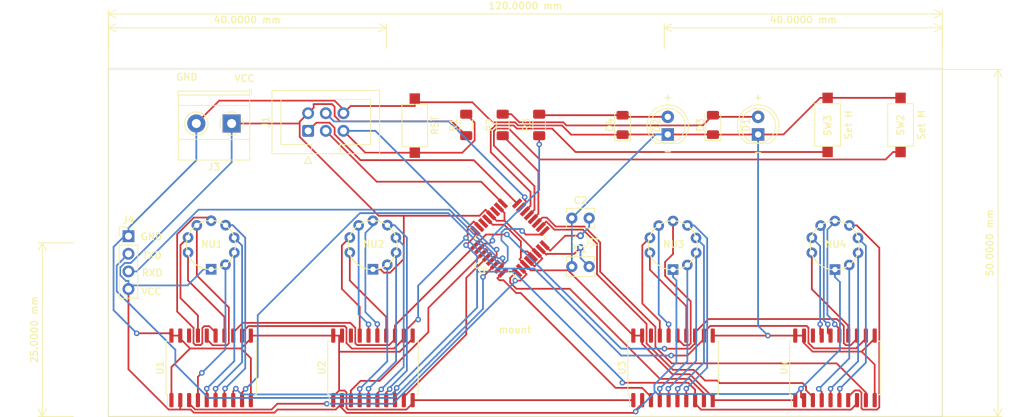
<source format=kicad_pcb>
(kicad_pcb (version 20211014) (generator pcbnew)
  (layers (0 "F.Cu" signal) (31 "B.Cu" signal) (34 "B.Paste" user) (35 "F.Paste" user) (36 "B.SilkS" user "B.Silkscreen") (37 "F.SilkS" user "F.Silkscreen") (38 "B.Mask" user) (39 "F.Mask" user) (44 "Edge.Cuts" user))
  (net 0 "")
  (net 1 "VCC")
  (net 2 "RST")
  (net 3 "Net-(U2-Pad4)")
  (net 4 "Net-(U2-Pad5)")
  (net 5 "Net-(U2-Pad6)")
  (net 6 "Net-(U2-Pad7)")
  (net 7 "Net-(U2-Pad14)")
  (net 8 "Net-(U2-Pad15)")
  (net 9 "Net-(U2-Pad16)")
  (net 10 "Net-(SW2-Pad1)")
  (net 11 "SRCK")
  (net 12 "Net-(SW3-Pad1)")
  (net 15 "MOSI")
  (net 16 "MISO")
  (net 17 "SCK")
  (net 18 "GNDREF")
  (net 19 "Net-(C2-Pad2)")
  (net 20 "Net-(C1-Pad2)")
  (net 21 "G4")
  (net 22 "SD4")
  (net 23 "G3")
  (net 24 "SD3")
  (net 25 "G2")
  (net 26 "SD2")
  (net 27 "RCLK")
  (net 28 "G1")
  (net 29 "SRCLR")
  (net 30 "SD1")
  (net 31 "Net-(U4-Pad4)")
  (net 32 "Net-(U4-Pad5)")
  (net 33 "Net-(U4-Pad6)")
  (net 34 "Net-(U4-Pad7)")
  (net 35 "Net-(U4-Pad14)")
  (net 36 "Net-(U4-Pad15)")
  (net 37 "Net-(U4-Pad16)")
  (net 38 "Net-(U4-Pad17)")
  (net 42 "Net-(U2-Pad17)")
  (net 43 "Net-(D1-Pad2)")
  (net 45 "RXD")
  (net 46 "TXD")
  (net 47 "Net-(U1-Pad4)")
  (net 48 "D1")
  (net 49 "D2")
  (net 50 "Net-(D2-Pad2)")
  (net 51 "Net-(U1-Pad5)")
  (net 52 "Net-(U1-Pad6)")
  (net 53 "Net-(U1-Pad7)")
  (net 54 "Net-(U1-Pad14)")
  (net 55 "Net-(U1-Pad15)")
  (net 56 "Net-(U1-Pad16)")
  (net 57 "Net-(U1-Pad17)")
  (net 58 "Net-(U3-Pad4)")
  (net 59 "Net-(U3-Pad5)")
  (net 60 "Net-(U3-Pad6)")
  (net 61 "Net-(U3-Pad7)")
  (net 62 "Net-(U3-Pad14)")
  (net 63 "Net-(U3-Pad15)")
  (net 64 "Net-(U3-Pad16)")
  (net 65 "Net-(U3-Pad17)")
  (footprint "Package_SO:SOIC-20W_7.5x12.8mm_P1.27mm" (layer "F.Cu") (at 138.08 123 90)
    (fp_text reference "U2")
    (fp_text value "TPIC6595")
  )
  (footprint "Package_SO:SOIC-20W_7.5x12.8mm_P1.27mm" (layer "F.Cu") (at 114.8 123 90)
    (fp_text reference "U1")
    (fp_text value "TPIC6595")
  )
  (footprint "Package_SO:SOIC-20W_7.5x12.8mm_P1.27mm" (layer "F.Cu") (at 204.56 123 90)
    (fp_text reference "U4")
    (fp_text value "TPIC6595")
  )
  (footprint "Package_QFP:TQFP-32_7x7mm_P0.8mm" (layer "F.Cu") (at 157.8 104.3 135)
    (fp_text reference "U5")
    (fp_text value "ATmega8L-8A")
  )
  (footprint "Numitron:numitron iv-9" (layer "F.Cu") (at 204.98 105.235 180)
    (fp_text reference "NU4")
    (fp_text value "Numitron_IV-9")
  )
  (footprint "Numitron:numitron iv-9" (layer "F.Cu") (at 181.68 105.235 180)
    (fp_text reference "NU3")
    (fp_text value "Numitron_IV-9")
  )
  (footprint "Package_SO:SOIC-20W_7.5x12.8mm_P1.27mm" (layer "F.Cu") (at 181.26 123 90)
    (fp_text reference "U3")
    (fp_text value "TPIC6595")
  )
  (footprint "Connector_IDC:IDC-Header_2x03_P2.54mm_Vertical" (layer "F.Cu") (at 128.755 88.8525 90)
    (fp_text reference "J1")
    (fp_text value "AVR-ISP-6")
  )
  (footprint "Resistor_SMD:R_1206_3216Metric_Pad1.30x1.75mm_HandSolder" (layer "F.Cu") (at 156.75 88 90)
    (fp_text reference "R2")
    (fp_text value "R")
  )
  (footprint "Numitron:numitron iv-9" (layer "F.Cu") (at 115.22 105.2 180)
    (fp_text reference "NU1")
    (fp_text value "Numitron_IV-9")
  )
  (footprint "LED_SMD:LED_1206_3216Metric" (layer "F.Cu") (at 174 88 90)
    (fp_text reference "D4")
    (fp_text value "LED")
  )
  (footprint "Capacitor_THT:C_Disc_D3.8mm_W2.6mm_P2.50mm" (layer "F.Cu") (at 166.695 108.41)
    (fp_text reference "C1")
    (fp_text value "C")
  )
  (footprint "Resistor_SMD:R_1206_3216Metric_Pad1.30x1.75mm_HandSolder" (layer "F.Cu") (at 151.5 88 90)
    (fp_text reference "R1")
    (fp_text value "R")
  )
  (footprint "Numitron:numitron iv-9" (layer "F.Cu") (at 138.5 105.2 180)
    (fp_text reference "NU2")
    (fp_text value "Numitron_IV-9")
  )
  (footprint "Resistor_SMD:R_1206_3216Metric_Pad1.30x1.75mm_HandSolder" (layer "F.Cu") (at 162 88 90)
    (fp_text reference "R3")
    (fp_text value "R")
  )
  (footprint "Connector_PinHeader_2.54mm:PinHeader_1x04_P2.54mm_Vertical" (layer "F.Cu") (at 102.9 104.025)
    (fp_text reference "J4")
    (fp_text value "UART")
  )
  (footprint "MountingHole:MountingHole_4mm" (layer "F.Cu") (at 158.5 122.5)
    (fp_text reference "mount")
    (fp_text value "MountingHole_4mm")
  )
  (footprint "Crystal:Crystal_Round_D1.5mm_Vertical" (layer "F.Cu") (at 167.945 103.965 -90)
    (fp_text reference "Y1")
    (fp_text value "Crystal")
  )
  (footprint "TerminalBlock_Phoenix:TerminalBlock_Phoenix_MKDS-1,5-2-5.08_1x02_P5.08mm_Horizontal" (layer "F.Cu") (at 117.745 87.795 180)
    (fp_text reference "J3")
    (fp_text value "5v in")
  )
  (footprint "LED_THT:LED_D5.0mm" (layer "F.Cu") (at 180.5 89.375 90)
    (fp_text reference "D2")
    (fp_text value "LED")
  )
  (footprint "LED_THT:LED_D5.0mm" (layer "F.Cu") (at 193.5 89.375 90)
    (fp_text reference "D1")
    (fp_text value "LED")
  )
  (footprint "Button_Switch_SMD:SW_SPST_CK_RS282G05A3" (layer "F.Cu") (at 203.5 88 90)
    (fp_text reference "SW3")
    (fp_text value "Set H")
  )
  (footprint "LED_SMD:LED_1206_3216Metric" (layer "F.Cu") (at 187 88 90)
    (fp_text reference "D3")
    (fp_text value "LED")
  )
  (footprint "Button_Switch_SMD:SW_SPST_CK_RS282G05A3" (layer "F.Cu") (at 214 88 90)
    (fp_text reference "SW2")
    (fp_text value "Set M")
  )
  (footprint "Capacitor_THT:C_Disc_D3.8mm_W2.6mm_P2.50mm" (layer "F.Cu") (at 166.695 101.425)
    (fp_text reference "C2")
    (fp_text value "C")
  )
  (footprint "Button_Switch_SMD:SW_SPST_CK_RS282G05A3" (layer "F.Cu") (at 144.1 88.1 -90)
    (fp_text reference "RST")
    (fp_text value "RST")
  )
  (gr_line (start 100 130) (end 100 80) (layer "F.SilkS") (width 0.12))
  (gr_line (start 100 80) (end 220 80) (layer "F.SilkS") (width 0.12))
  (gr_line (start 220 80) (end 220 130) (layer "F.SilkS") (width 0.12))
  (gr_line (start 220 130) (end 100 130) (layer "F.SilkS") (width 0.12))
  (gr_rect (start 100 79.835) (end 220.015 130) (layer "Edge.Cuts") (width 0.05) (fill none))
  (gr_text "RXD" (at 106.3 109.3) (layer "F.SilkS") (effects (font (size 1 1))))
  (gr_text "-" (at 193.5 91.9) (layer "F.SilkS") (effects (font (size 1 1))))
  (gr_text "TXD" (at 106.3 106.8) (layer "F.SilkS") (effects (font (size 1 1))))
  (gr_text "-" (at 180.5 91.8) (layer "F.SilkS") (effects (font (size 1 1))))
  (gr_text "GND" (at 106.2 104.1) (layer "F.SilkS") (effects (font (size 1 1))))
  (gr_text "+" (at 180.5 84) (layer "F.SilkS") (effects (font (size 1 1))))
  (gr_text "VCC" (at 119.6 81.3) (layer "F.SilkS") (effects (font (size 1 1))))
  (gr_text "VCC" (at 106.2 112) (layer "F.SilkS") (effects (font (size 1 1))))
  (gr_text "GND" (at 111.3 81.1) (layer "F.SilkS") (effects (font (size 1 1))))
  (gr_text "+" (at 193.5 84) (layer "F.SilkS") (effects (font (size 1 1))))
  (dimension (type aligned) (layer "F.SilkS") (pts (xy 140 77) (xy 100 77)) (height 3) (gr_text "40.0000 mm" (at 120 72.85) (layer "F.SilkS") (effects (font (size 1 1) (thickness 0.15)))) (format (units 2) (units_format 1) (precision 4)) (style (thickness 0.12) (arrow_length 1.27) (text_position_mode 0) (extension_height 0.58642) (extension_offset 0) keep_text_aligned))
  (dimension (type aligned) (layer "F.SilkS") (pts (xy 180 77) (xy 220 77)) (height -3) (gr_text "40.0000 mm" (at 200 72.85) (layer "F.SilkS") (effects (font (size 1 1) (thickness 0.15)))) (format (units 2) (units_format 1) (precision 4)) (style (thickness 0.12) (arrow_length 1.27) (text_position_mode 0) (extension_height 0.58642) (extension_offset 0) keep_text_aligned))
  (dimension (type aligned) (layer "F.SilkS") (pts (xy 95 105) (xy 95 130)) (height 4.5) (gr_text "25.0000 mm" (at 89.35 117.5 90) (layer "F.SilkS") (effects (font (size 1 1) (thickness 0.15)))) (format (units 2) (units_format 1) (precision 4)) (style (thickness 0.12) (arrow_length 1.27) (text_position_mode 0) (extension_height 0.58642) (extension_offset 0) keep_text_aligned))
  (dimension (type aligned) (layer "F.SilkS") (pts (xy 220 80) (xy 100 80)) (height 8) (gr_text "120.0000 mm" (at 160 70.85) (layer "F.SilkS") (effects (font (size 1 1) (thickness 0.15)))) (format (units 2) (units_format 1) (precision 4)) (style (thickness 0.12) (arrow_length 1.27) (text_position_mode 0) (extension_height 0.58642) (extension_offset 0) keep_text_aligned))
  (dimension (type aligned) (layer "F.SilkS") (pts (xy 220 130) (xy 220 80)) (height 8) (gr_text "50.0000 mm" (at 226.85 105 90) (layer "F.SilkS") (effects (font (size 1 1) (thickness 0.15)))) (format (units 2) (units_format 1) (precision 4)) (style (thickness 0.12) (arrow_length 1.27) (text_position_mode 0) (extension_height 0.58642) (extension_offset 0) keep_text_aligned))
  (segment (start 140.539 109.2852) (end 142.5179 107.3063) (width 0.25) (layer "F.Cu") (net 1))
  (segment (start 127.5402 87.795) (end 127.5402 89.7226) (width 0.25) (layer "F.Cu") (net 1))
  (segment (start 175.7812 129.1904) (end 175.4911 129.4805) (width 0.25) (layer "F.Cu") (net 1))
  (segment (start 124.352 129.0008) (end 132.713 129.0008) (width 0.25) (layer "F.Cu") (net 1))
  (segment (start 160.5224 107.588) (end 161.318 108.3836) (width 0.25) (layer "F.Cu") (net 1))
  (segment (start 138.08 108.8) (end 139.1671 108.8) (width 0.25) (layer "F.Cu") (net 1))
  (segment (start 157.03 101.8076) (end 157.0045 101.8076) (width 0.25) (layer "F.Cu") (net 1))
  (segment (start 108.6852 129.0008) (end 110.355 129.0008) (width 0.25) (layer "F.Cu") (net 1))
  (segment (start 199.6736 125.9943) (end 199.6736 127.2086) (width 0.25) (layer "F.Cu") (net 1))
  (segment (start 153.4148 101.0836) (end 154.282 100.2164) (width 0.25) (layer "F.Cu") (net 1))
  (segment (start 161.6537 106.4567) (end 162.4493 107.2523) (width 0.25) (layer "F.Cu") (net 1))
  (segment (start 160.8581 105.6611) (end 160.8581 105.6357) (width 0.25) (layer "F.Cu") (net 1))
  (segment (start 127.5402 87.5273) (end 128.755 86.3125) (width 0.25) (layer "F.Cu") (net 1))
  (segment (start 176.815 128.1566) (end 175.7812 129.1904) (width 0.25) (layer "F.Cu") (net 1))
  (segment (start 127.5402 89.7226) (end 138.9012 101.0836) (width 0.25) (layer "F.Cu") (net 1))
  (segment (start 142.5179 101.0836) (end 153.4148 101.0836) (width 0.25) (layer "F.Cu") (net 1))
  (segment (start 138.9012 101.0836) (end 142.5179 101.0836) (width 0.25) (layer "F.Cu") (net 1))
  (segment (start 133.635 127.65) (end 133.635 128.0788) (width 0.25) (layer "F.Cu") (net 1))
  (segment (start 102.9 111.645) (end 102.9 123.2156) (width 0.25) (layer "F.Cu") (net 1))
  (segment (start 149.4377 87.4877) (end 133.3461 87.4877) (width 0.25) (layer "F.Cu") (net 1))
  (segment (start 155.0776 101.012) (end 154.282 100.2164) (width 0.25) (layer "F.Cu") (net 1))
  (segment (start 133.635 128.0788) (end 133.2581 128.4557) (width 0.25) (layer "F.Cu") (net 1))
  (segment (start 119.3701 87.795) (end 127.5402 87.795) (width 0.25) (layer "F.Cu") (net 1))
  (segment (start 123.9019 129.4509) (end 124.352 129.0008) (width 0.25) (layer "F.Cu") (net 1))
  (segment (start 111.8576 129.0008) (end 112.3077 129.4509) (width 0.25) (layer "F.Cu") (net 1))
  (segment (start 110.355 129.0008) (end 110.355 127.65) (width 0.25) (layer "F.Cu") (net 1))
  (segment (start 157.0045 101.8076) (end 157.0045 100.6762) (width 0.25) (layer "F.Cu") (net 1))
  (segment (start 110.355 129.0008) (end 111.8576 129.0008) (width 0.25) (layer "F.Cu") (net 1))
  (segment (start 157.0045 101.8076) (end 155.8732 101.8076) (width 0.25) (layer "F.Cu") (net 1))
  (segment (start 151.5 89.55) (end 149.4377 87.4877) (width 0.25) (layer "F.Cu") (net 1))
  (segment (start 133.3461 87.4877) (end 132.565 86.7066) (width 0.25) (layer "F.Cu") (net 1))
  (segment (start 160.8581 105.6357) (end 157.03 101.8076) (width 0.25) (layer "F.Cu") (net 1))
  (segment (start 156.209 99.8806) (end 157.0046 100.6761) (width 0.25) (layer "F.Cu") (net 1))
  (segment (start 132.713 129.0008) (end 133.2581 128.4557) (width 0.25) (layer "F.Cu") (net 1))
  (segment (start 132.565 85.3884) (end 132.1766 85) (width 0.25) (layer "F.Cu") (net 1))
  (segment (start 129.5505 85.517) (end 128.755 86.3125) (width 0.25) (layer "F.Cu") (net 1))
  (segment (start 176.815 127.65) (end 176.815 128.1566) (width 0.25) (layer "F.Cu") (net 1))
  (segment (start 199.6736 127.2086) (end 200.115 127.65) (width 0.25) (layer "F.Cu") (net 1))
  (segment (start 134.2828 129.4805) (end 133.2581 128.4557) (width 0.25) (layer "F.Cu") (net 1))
  (segment (start 139.1671 108.8) (end 139.6523 109.2852) (width 0.25) (layer "F.Cu") (net 1))
  (segment (start 161.3355 106.1385) (end 160.8581 105.6611) (width 0.25) (layer "F.Cu") (net 1))
  (segment (start 132.565 86.7066) (end 132.565 85.3884) (width 0.25) (layer "F.Cu") (net 1))
  (segment (start 132.1766 85) (end 129.5505 85) (width 0.25) (layer "F.Cu") (net 1))
  (segment (start 117.745 87.795) (end 119.3701 87.795) (width 0.25) (layer "F.Cu") (net 1))
  (segment (start 175.7812 129.1904) (end 175.888 129.2972) (width 0.25) (layer "F.Cu") (net 1))
  (segment (start 127.5402 87.795) (end 127.5402 87.5273) (width 0.25) (layer "F.Cu") (net 1))
  (segment (start 157.0045 100.6762) (end 157.0046 100.6761) (width 0.25) (layer "F.Cu") (net 1))
  (segment (start 102.9 123.2156) (end 108.6852 129.0008) (width 0.25) (layer "F.Cu") (net 1))
  (segment (start 142.5179 107.3063) (end 142.5179 101.0836) (width 0.25) (layer "F.Cu") (net 1))
  (segment (start 155.0776 101.012) (end 155.8732 101.8076) (width 0.25) (layer "F.Cu") (net 1))
  (segment (start 139.6523 109.2852) (end 140.539 109.2852) (width 0.25) (layer "F.Cu") (net 1))
  (segment (start 162.4493 107.2523) (end 161.318 108.3836) (width 0.25) (layer "F.Cu") (net 1))
  (segment (start 175.4911 129.4805) (end 134.2828 129.4805) (width 0.25) (layer "F.Cu") (net 1))
  (segment (start 129.5505 85) (end 129.5505 85.517) (width 0.25) (layer "F.Cu") (net 1))
  (segment (start 161.3355 106.1385) (end 161.6537 106.4567) (width 0.25) (layer "F.Cu") (net 1))
  (segment (start 112.3077 129.4509) (end 123.9019 129.4509) (width 0.25) (layer "F.Cu") (net 1))
  (via (at 175.888 129.2972) (size 0.8) (drill 0.4) (layers "F.Cu" "B.Cu") (net 1))
  (via (at 199.6736 125.9943) (size 0.8) (drill 0.4) (layers "F.Cu" "B.Cu") (net 1))
  (segment (start 205.2767 110.6388) (end 205.2767 120.3912) (width 0.25) (layer "B.Cu") (net 1))
  (segment (start 179.0471 126.7658) (end 198.9021 126.7658) (width 0.25) (layer "B.Cu") (net 1))
  (segment (start 204.56 108.835) (end 204.56 109.9221) (width 0.25) (layer "B.Cu") (net 1))
  (segment (start 102.9 111.1216) (end 102.9 110.4699) (width 0.25) (layer "B.Cu") (net 1))
  (segment (start 178.7333 126.4519) (end 179.0471 126.7658) (width 0.25) (layer "B.Cu") (net 1))
  (segment (start 178.579 126.2977) (end 178.7333 126.4519) (width 0.25) (layer "B.Cu") (net 1))
  (segment (start 102.3809 107.8837) (end 101.6938 108.5708) (width 0.25) (layer "B.Cu") (net 1))
  (segment (start 111.3913 111.1216) (end 113.7129 108.8) (width 0.25) (layer "B.Cu") (net 1))
  (segment (start 114.8 108.8) (end 113.7129 108.8) (width 0.25) (layer "B.Cu") (net 1))
  (segment (start 101.6938 108.5708) (end 101.6938 109.629) (width 0.25) (layer "B.Cu") (net 1))
  (segment (start 102.9 111.1216) (end 111.3913 111.1216) (width 0.25) (layer "B.Cu") (net 1))
  (segment (start 205.2767 120.3912) (end 199.6736 125.9943) (width 0.25) (layer "B.Cu") (net 1))
  (segment (start 102.5347 110.4699) (end 102.9 110.4699) (width 0.25) (layer "B.Cu") (net 1))
  (segment (start 117.745 93.3841) (end 103.2454 107.8837) (width 0.25) (layer "B.Cu") (net 1))
  (segment (start 181.7457 122.2283) (end 178.579 125.395) (width 0.25) (layer "B.Cu") (net 1))
  (segment (start 178.7333 126.4519) (end 175.888 129.2972) (width 0.25) (layer "B.Cu") (net 1))
  (segment (start 181.7457 110.4078) (end 181.7457 122.2283) (width 0.25) (layer "B.Cu") (net 1))
  (segment (start 101.6938 109.629) (end 102.5347 110.4699) (width 0.25) (layer "B.Cu") (net 1))
  (segment (start 103.2454 107.8837) (end 102.3809 107.8837) (width 0.25) (layer "B.Cu") (net 1))
  (segment (start 117.745 87.795) (end 117.745 93.3841) (width 0.25) (layer "B.Cu") (net 1))
  (segment (start 181.26 109.9221) (end 181.7457 110.4078) (width 0.25) (layer "B.Cu") (net 1))
  (segment (start 102.9 111.645) (end 102.9 111.1216) (width 0.25) (layer "B.Cu") (net 1))
  (segment (start 204.56 109.9221) (end 205.2767 110.6388) (width 0.25) (layer "B.Cu") (net 1))
  (segment (start 198.9021 126.7658) (end 199.6736 125.9943) (width 0.25) (layer "B.Cu") (net 1))
  (segment (start 181.26 108.835) (end 181.26 109.9221) (width 0.25) (layer "B.Cu") (net 1))
  (segment (start 178.579 125.395) (end 178.579 126.2977) (width 0.25) (layer "B.Cu") (net 1))
  (segment (start 152.7102 90.2206) (end 152.7102 87.6602) (width 0.25) (layer "F.Cu") (net 2))
  (segment (start 150.9308 92) (end 152.7102 90.2206) (width 0.25) (layer "F.Cu") (net 2))
  (segment (start 133.835 88.8525) (end 136.9825 92) (width 0.25) (layer "F.Cu") (net 2))
  (segment (start 155.0776 107.588) (end 155.8732 106.7924) (width 0.25) (layer "F.Cu") (net 2))
  (segment (start 136.9825 92) (end 144.1 92) (width 0.25) (layer "F.Cu") (net 2))
  (segment (start 144.1 92) (end 150.9308 92) (width 0.25) (layer "F.Cu") (net 2))
  (segment (start 155.8732 106.7924) (end 155.8732 105.9481) (width 0.25) (layer "F.Cu") (net 2))
  (segment (start 152.7102 87.6602) (end 151.5 86.45) (width 0.25) (layer "F.Cu") (net 2))
  (via (at 155.8732 105.9481) (size 0.8) (drill 0.4) (layers "F.Cu" "B.Cu") (net 2))
  (segment (start 133.835 88.8525) (end 138.4276 88.8525) (width 0.25) (layer "B.Cu") (net 2))
  (segment (start 138.4276 88.8525) (end 155.5232 105.9481) (width 0.25) (layer "B.Cu") (net 2))
  (segment (start 155.5232 105.9481) (end 155.8732 105.9481) (width 0.25) (layer "B.Cu") (net 2))
  (segment (start 136.175 127.65) (end 136.175 126.0237) (width 0.25) (layer "F.Cu") (net 3))
  (via (at 136.175 126.0237) (size 0.8) (drill 0.4) (layers "F.Cu" "B.Cu") (net 3))
  (segment (start 140.14 122.0587) (end 136.175 126.0237) (width 0.25) (layer "B.Cu") (net 3))
  (segment (start 140.14 108.14) (end 140.14 122.0587) (width 0.25) (layer "B.Cu") (net 3))
  (segment (start 137.445 127.65) (end 137.445 126.0033) (width 0.25) (layer "F.Cu") (net 4))
  (via (at 137.445 126.0033) (size 0.8) (drill 0.4) (layers "F.Cu" "B.Cu") (net 4))
  (segment (start 141.41 106.39) (end 141.41 122.0383) (width 0.25) (layer "B.Cu") (net 4))
  (segment (start 141.41 122.0383) (end 137.445 126.0033) (width 0.25) (layer "B.Cu") (net 4))
  (segment (start 138.715 126.6614) (end 138.715 127.65) (width 0.25) (layer "F.Cu") (net 5))
  (segment (start 139.2761 126.1003) (end 138.715 126.6614) (width 0.25) (layer "F.Cu") (net 5))
  (via (at 139.2761 126.1003) (size 0.8) (drill 0.4) (layers "F.Cu" "B.Cu") (net 5))
  (segment (start 141.39 104.25) (end 142.5027 105.3627) (width 0.25) (layer "B.Cu") (net 5))
  (segment (start 142.5027 122.8737) (end 139.2761 126.1003) (width 0.25) (layer "B.Cu") (net 5))
  (segment (start 142.5027 105.3627) (end 142.5027 122.8737) (width 0.25) (layer "B.Cu") (net 5))
  (segment (start 139.985 126.5663) (end 139.985 127.65) (width 0.25) (layer "F.Cu") (net 6))
  (segment (start 140.4898 126.0615) (end 139.985 126.5663) (width 0.25) (layer "F.Cu") (net 6))
  (via (at 140.4898 126.0615) (size 0.8) (drill 0.4) (layers "F.Cu" "B.Cu") (net 6))
  (segment (start 140.4898 125.8676) (end 140.4898 126.0615) (width 0.25) (layer "B.Cu") (net 6))
  (segment (start 142.9579 123.3995) (end 140.4898 125.8676) (width 0.25) (layer "B.Cu") (net 6))
  (segment (start 140.16 102.44) (end 141.1772 102.44) (width 0.25) (layer "B.Cu") (net 6))
  (segment (start 142.9579 104.2207) (end 142.9579 123.3995) (width 0.25) (layer "B.Cu") (net 6))
  (segment (start 141.1772 102.44) (end 142.9579 104.2207) (width 0.25) (layer "B.Cu") (net 6))
  (segment (start 134.75 110.4181) (end 134.75 106.38) (width 0.25) (layer "F.Cu") (net 7))
  (segment (start 139.985 115.6531) (end 134.75 110.4181) (width 0.25) (layer "F.Cu") (net 7))
  (segment (start 139.985 118.35) (end 139.985 115.6531) (width 0.25) (layer "F.Cu") (net 7))
  (segment (start 138.715 116.6903) (end 138.715 118.35) (width 0.25) (layer "F.Cu") (net 8))
  (via (at 138.715 116.6903) (size 0.8) (drill 0.4) (layers "F.Cu" "B.Cu") (net 8))
  (segment (start 136.9928 103.5572) (end 136.9928 114.9681) (width 0.25) (layer "B.Cu") (net 8))
  (segment (start 138.08 102.47) (end 136.9928 103.5572) (width 0.25) (layer "B.Cu") (net 8))
  (segment (start 138.08 101.8) (end 138.08 102.47) (width 0.25) (layer "B.Cu") (net 8))
  (segment (start 136.9928 114.9681) (end 138.715 116.6903) (width 0.25) (layer "B.Cu") (net 8))
  (segment (start 137.445 116.7197) (end 137.445 118.35) (width 0.25) (layer "F.Cu") (net 9))
  (via (at 137.445 116.7197) (size 0.8) (drill 0.4) (layers "F.Cu" "B.Cu") (net 9))
  (segment (start 136.02 115.2947) (end 137.445 116.7197) (width 0.25) (layer "B.Cu") (net 9))
  (segment (start 136.02 102.47) (end 136.02 115.2947) (width 0.25) (layer "B.Cu") (net 9))
  (segment (start 155.8667 88.5251) (end 157.6219 88.5251) (width 0.25) (layer "F.Cu") (net 10))
  (segment (start 214 91.9) (end 212.9249 91.9) (width 0.25) (layer "F.Cu") (net 10))
  (segment (start 155.4814 88.9104) (end 155.8667 88.5251) (width 0.25) (layer "F.Cu") (net 10))
  (segment (start 162.0719 92.9751) (end 211.8498 92.9751) (width 0.25) (layer "F.Cu") (net 10))
  (segment (start 161.318 96.8176) (end 155.4814 90.981) (width 0.25) (layer "F.Cu") (net 10))
  (segment (start 155.4814 90.981) (end 155.4814 88.9104) (width 0.25) (layer "F.Cu") (net 10))
  (segment (start 211.8498 92.9751) (end 212.9249 91.9) (width 0.25) (layer "F.Cu") (net 10))
  (segment (start 161.318 100.2164) (end 161.318 96.8176) (width 0.25) (layer "F.Cu") (net 10))
  (segment (start 160.5224 101.012) (end 161.318 100.2164) (width 0.25) (layer "F.Cu") (net 10))
  (segment (start 157.6219 88.5251) (end 162.0719 92.9751) (width 0.25) (layer "F.Cu") (net 10))
  (segment (start 153.6105 104.5297) (end 154.3558 103.7844) (width 0.25) (layer "F.Cu") (net 11))
  (segment (start 204.8374 115.9652) (end 205.83 116.9578) (width 0.25) (layer "F.Cu") (net 11))
  (segment (start 141.255 116.8852) (end 141.255 118.35) (width 0.25) (layer "F.Cu") (net 11))
  (segment (start 140.3929 119.7187) (end 135.7943 119.7187) (width 0.25) (layer "F.Cu") (net 11))
  (segment (start 183.6605 120.2324) (end 184.435 119.4579) (width 0.25) (layer "F.Cu") (net 11))
  (segment (start 119.3584 116.512) (end 117.975 117.8954) (width 0.25) (layer "F.Cu") (net 11))
  (segment (start 186.3554 115.9652) (end 204.8374 115.9652) (width 0.25) (layer "F.Cu") (net 11))
  (segment (start 153.2127 104.9275) (end 152.8149 105.3253) (width 0.25) (layer "F.Cu") (net 11))
  (segment (start 207.735 118.8123) (end 207.735 118.35) (width 0.25) (layer "F.Cu") (net 11))
  (segment (start 141.255 118.8566) (end 140.3929 119.7187) (width 0.25) (layer "F.Cu") (net 11))
  (segment (start 206.1242 119.7339) (end 206.8134 119.7339) (width 0.25) (layer "F.Cu") (net 11))
  (segment (start 117.975 117.8954) (end 117.975 118.35) (width 0.25) (layer "F.Cu") (net 11))
  (segment (start 180.0282 120.2324) (end 183.6605 120.2324) (width 0.25) (layer "F.Cu") (net 11))
  (segment (start 184.435 117.8856) (end 186.3554 115.9652) (width 0.25) (layer "F.Cu") (net 11))
  (segment (start 135.54 117.2324) (end 134.8196 116.512) (width 0.25) (layer "F.Cu") (net 11))
  (segment (start 184.435 118.35) (end 184.435 117.8856) (width 0.25) (layer "F.Cu") (net 11))
  (segment (start 153.2127 104.9275) (end 153.6105 104.5297) (width 0.25) (layer "F.Cu") (net 11))
  (segment (start 135.7943 119.7187) (end 135.54 119.4644) (width 0.25) (layer "F.Cu") (net 11))
  (segment (start 152.8149 105.3253) (end 141.255 116.8852) (width 0.25) (layer "F.Cu") (net 11))
  (segment (start 206.8134 119.7339) (end 207.735 118.8123) (width 0.25) (layer "F.Cu") (net 11))
  (segment (start 205.83 119.4397) (end 206.1242 119.7339) (width 0.25) (layer "F.Cu") (net 11))
  (segment (start 141.255 118.35) (end 141.255 118.8566) (width 0.25) (layer "F.Cu") (net 11))
  (segment (start 135.54 119.4644) (end 135.54 117.2324) (width 0.25) (layer "F.Cu") (net 11))
  (segment (start 134.8196 116.512) (end 119.3584 116.512) (width 0.25) (layer "F.Cu") (net 11))
  (segment (start 205.83 116.9578) (end 205.83 119.4397) (width 0.25) (layer "F.Cu") (net 11))
  (segment (start 184.435 119.4579) (end 184.435 118.35) (width 0.25) (layer "F.Cu") (net 11))
  (segment (start 154.3558 103.7844) (end 157.3447 103.7844) (width 0.25) (layer "F.Cu") (net 11))
  (via (at 180.0282 120.2324) (size 0.8) (drill 0.4) (layers "F.Cu" "B.Cu") (net 11))
  (via (at 157.3447 103.7844) (size 0.8) (drill 0.4) (layers "F.Cu" "B.Cu") (net 11))
  (segment (start 173.7927 120.2324) (end 157.3447 103.7844) (width 0.25) (layer "B.Cu") (net 11))
  (segment (start 180.0282 120.2324) (end 173.7927 120.2324) (width 0.25) (layer "B.Cu") (net 11))
  (segment (start 155.0313 91.922) (end 155.0313 88.7239) (width 0.25) (layer "F.Cu") (net 12))
  (segment (start 163.8576 88.5251) (end 167.2325 91.9) (width 0.25) (layer "F.Cu") (net 12))
  (segment (start 155.0313 88.7239) (end 155.6802 88.075) (width 0.25) (layer "F.Cu") (net 12))
  (segment (start 158.7859 88.5251) (end 163.8576 88.5251) (width 0.25) (layer "F.Cu") (net 12))
  (segment (start 158.3358 88.075) (end 158.7859 88.5251) (width 0.25) (layer "F.Cu") (net 12))
  (segment (start 160.7523 97.643) (end 155.0313 91.922) (width 0.25) (layer "F.Cu") (net 12))
  (segment (start 160.7523 99.6507) (end 160.7523 97.643) (width 0.25) (layer "F.Cu") (net 12))
  (segment (start 167.2325 91.9) (end 203.5 91.9) (width 0.25) (layer "F.Cu") (net 12))
  (segment (start 159.9567 100.4463) (end 160.7523 99.6507) (width 0.25) (layer "F.Cu") (net 12))
  (segment (start 155.6802 88.075) (end 158.3358 88.075) (width 0.25) (layer "F.Cu") (net 12))
  (segment (start 159.391 99.8806) (end 160.1867 99.0849) (width 0.25) (layer "F.Cu") (net 15))
  (segment (start 159.9107 98.809) (end 160.1867 99.0849) (width 0.25) (layer "F.Cu") (net 15))
  (segment (start 159.9107 98.4114) (end 159.9107 98.809) (width 0.25) (layer "F.Cu") (net 15))
  (via (at 159.9107 98.4114) (size 0.8) (drill 0.4) (layers "F.Cu" "B.Cu") (net 15))
  (segment (start 131.295 86.3125) (end 132.4876 87.5051) (width 0.25) (layer "B.Cu") (net 15))
  (segment (start 149.0044 87.5051) (end 159.9107 98.4114) (width 0.25) (layer "B.Cu") (net 15))
  (segment (start 132.4876 87.5051) (end 149.0044 87.5051) (width 0.25) (layer "B.Cu") (net 15))
  (segment (start 132.565 89.3528) (end 136.2874 93.0752) (width 0.25) (layer "F.Cu") (net 16))
  (segment (start 132.565 88.4215) (end 132.565 89.3528) (width 0.25) (layer "F.Cu") (net 16))
  (segment (start 136.2874 93.0752) (end 152.5856 93.0752) (width 0.25) (layer "F.Cu") (net 16))
  (segment (start 131.8208 87.6773) (end 132.565 88.4215) (width 0.25) (layer "F.Cu") (net 16))
  (segment (start 129.9302 87.6773) (end 131.8208 87.6773) (width 0.25) (layer "F.Cu") (net 16))
  (segment (start 152.5856 93.0752) (end 158.8253 99.3149) (width 0.25) (layer "F.Cu") (net 16))
  (segment (start 128.755 88.8525) (end 129.9302 87.6773) (width 0.25) (layer "F.Cu") (net 16))
  (segment (start 138.6185 96.176) (end 153.6358 96.176) (width 0.25) (layer "F.Cu") (net 17))
  (segment (start 131.295 88.8525) (end 138.6185 96.176) (width 0.25) (layer "F.Cu") (net 17))
  (segment (start 153.6358 96.176) (end 156.7747 99.3149) (width 0.25) (layer "F.Cu") (net 17))
  (segment (start 197.1499 89.375) (end 193.5 89.375) (width 0.25) (layer "F.Cu") (net 18))
  (segment (start 134.0044 126.2652) (end 134.27 126.5308) (width 0.25) (layer "F.Cu") (net 18))
  (segment (start 208.4002 120.6528) (end 210.275 122.5276) (width 0.25) (layer "F.Cu") (net 18))
  (segment (start 111.7694 120.1993) (end 119.0959 120.1993) (width 0.25) (layer "F.Cu") (net 18))
  (segment (start 200.115 119.4291) (end 201.3387 120.6528) (width 0.25) (layer "F.Cu") (net 18))
  (segment (start 186.975 127.2177) (end 183.6694 123.9121) (width 0.25) (layer "F.Cu") (net 18))
  (segment (start 134.8724 85.2751) (end 133.835 86.3125) (width 0.25) (layer "F.Cu") (net 18))
  (segment (start 166.1557 108.9493) (end 175.545 118.3386) (width 0.25) (layer "F.Cu") (net 18))
  (segment (start 111.7694 120.1993) (end 109.085 122.8837) (width 0.25) (layer "F.Cu") (net 18))
  (segment (start 109.085 122.8837) (end 109.085 127.65) (width 0.25) (layer "F.Cu") (net 18))
  (segment (start 187 89.3875) (end 187 89.4) (width 0.25) (layer "F.Cu") (net 18))
  (segment (start 120.515 127.65) (end 120.515 121.6184) (width 0.25) (layer "F.Cu") (net 18))
  (segment (start 120.515 118.7802) (end 120.515 118.35) (width 0.25) (layer "F.Cu") (net 18))
  (segment (start 133.635 118.35) (end 133.2105 118.35) (width 0.25) (layer "F.Cu") (net 18))
  (segment (start 159.9567 108.1537) (end 159.1611 107.3581) (width 0.25) (layer "F.Cu") (net 18))
  (segment (start 186.9875 89.375) (end 187 89.3875) (width 0.25) (layer "F.Cu") (net 18))
  (segment (start 203.5 84.1) (end 202.4249 84.1) (width 0.25) (layer "F.Cu") (net 18))
  (segment (start 187 89.3875) (end 192.2624 89.3875) (width 0.25) (layer "F.Cu") (net 18))
  (segment (start 202.4249 84.1) (end 197.1499 89.375) (width 0.25) (layer "F.Cu") (net 18))
  (segment (start 175.545 127.65) (end 143.795 127.65) (width 0.25) (layer "F.Cu") (net 18))
  (segment (start 174 89.4) (end 174.025 89.375) (width 0.25) (layer "F.Cu") (net 18))
  (segment (start 109.085 118.35) (end 110.355 118.35) (width 0.25) (layer "F.Cu") (net 18))
  (segment (start 120.515 118.35) (end 132.365 118.35) (width 0.25) (layer "F.Cu") (net 18))
  (segment (start 132.365 127.65) (end 132.365 127.1107) (width 0.25) (layer "F.Cu") (net 18))
  (segment (start 132.365 127.1107) (end 133.2105 126.2652) (width 0.25) (layer "F.Cu") (net 18))
  (segment (start 180.5 89.375) (end 186.9875 89.375) (width 0.25) (layer "F.Cu") (net 18))
  (segment (start 166.1557 108.9493) (end 160.7523 108.9493) (width 0.25) (layer "F.Cu") (net 18))
  (segment (start 176.815 119.5461) (end 176.815 118.35) (width 0.25) (layer "F.Cu") (net 18))
  (segment (start 174.025 89.375) (end 180.5 89.375) (width 0.25) (layer "F.Cu") (net 18))
  (segment (start 158.9724 88.075) (end 158.5223 87.6249) (width 0.25) (layer "F.Cu") (net 18))
  (segment (start 143.795 118.7955) (end 143.795 118.35) (width 0.25) (layer "F.Cu") (net 18))
  (segment (start 119.0959 120.1993) (end 120.515 118.7802) (width 0.25) (layer "F.Cu") (net 18))
  (segment (start 159.3617 104.7759) (end 156.959 102.3732) (width 0.25) (layer "F.Cu") (net 18))
  (segment (start 133.2105 118.35) (end 132.365 118.35) (width 0.25) (layer "F.Cu") (net 18))
  (segment (start 144.1 84.2) (end 144.1 84.7375) (width 0.25) (layer "F.Cu") (net 18))
  (segment (start 133.835 85.7766) (end 132.5584 84.5) (width 0.25) (layer "F.Cu") (net 18))
  (segment (start 198.845 118.35) (end 194.911 118.35) (width 0.25) (layer "F.Cu") (net 18))
  (segment (start 141.9167 120.6738) (end 143.795 118.7955) (width 0.25) (layer "F.Cu") (net 18))
  (segment (start 166.603 89.4) (end 165.278 88.075) (width 0.25) (layer "F.Cu") (net 18))
  (segment (start 186.975 127.65) (end 186.975 127.2177) (width 0.25) (layer "F.Cu") (net 18))
  (segment (start 134.5095 129.0088) (end 142.8854 129.0088) (width 0.25) (layer "F.Cu") (net 18))
  (segment (start 175.545 118.35) (end 176.815 118.35) (width 0.25) (layer "F.Cu") (net 18))
  (segment (start 133.2105 126.2652) (end 134.0044 126.2652) (width 0.25) (layer "F.Cu") (net 18))
  (segment (start 134.27 128.7693) (end 134.5095 129.0088) (width 0.25) (layer "F.Cu") (net 18))
  (segment (start 155.2662 87.6249) (end 152.3788 84.7375) (width 0.25) (layer "F.Cu") (net 18))
  (segment (start 110.355 118.7849) (end 111.7694 120.1993) (width 0.25) (layer "F.Cu") (net 18))
  (segment (start 159.3617 106.2268) (end 159.3617 104.7759) (width 0.25) (layer "F.Cu") (net 18))
  (segment (start 133.2105 120.6738) (end 133.2105 126.2652) (width 0.25) (layer "F.Cu") (net 18))
  (segment (start 210.275 118.778) (end 210.275 118.35) (width 0.25) (layer "F.Cu") (net 18))
  (segment (start 109.085 118.35) (end 108.7515 118.0165) (width 0.25) (layer "F.Cu") (net 18))
  (segment (start 154.512 101.5776) (end 155.3076 102.3732) (width 0.25) (layer "F.Cu") (net 18))
  (segment (start 214 84.1) (end 203.5 84.1) (width 0.25) (layer "F.Cu") (net 18))
  (segment (start 133.2105 120.6738) (end 141.9167 120.6738) (width 0.25) (layer "F.Cu") (net 18))
  (segment (start 165.278 88.075) (end 158.9724 88.075) (width 0.25) (layer "F.Cu") (net 18))
  (segment (start 133.2105 118.35) (end 133.2105 120.6738) (width 0.25) (layer "F.Cu") (net 18))
  (segment (start 194.911 118.35) (end 186.975 118.35) (width 0.25) (layer "F.Cu") (net 18))
  (segment (start 210.275 122.5276) (end 210.275 127.65) (width 0.25) (layer "F.Cu") (net 18))
  (segment (start 158.5223 87.6249) (end 155.2662 87.6249) (width 0.25) (layer "F.Cu") (net 18))
  (segment (start 159.3617 106.2268) (end 160.2924 106.2268) (width 0.25) (layer "F.Cu") (net 18))
  (segment (start 159.3617 107.1575) (end 159.3617 106.2268) (width 0.25) (layer "F.Cu") (net 18))
  (segment (start 159.1611 107.3581) (end 159.3617 107.1575) (width 0.25) (layer "F.Cu") (net 18))
  (segment (start 144.1 84.7375) (end 144.1 85.2751) (width 0.25) (layer "F.Cu") (net 18))
  (segment (start 200.115 118.35) (end 198.845 118.35) (width 0.25) (layer "F.Cu") (net 18))
  (segment (start 143.795 128.0992) (end 143.795 127.65) (width 0.25) (layer "F.Cu") (net 18))
  (segment (start 110.355 118.35) (end 110.355 118.7849) (width 0.25) (layer "F.Cu") (net 18))
  (segment (start 192.2624 89.3875) (end 192.2749 89.375) (width 0.25) (layer "F.Cu") (net 18))
  (segment (start 175.545 118.3386) (end 175.545 118.35) (width 0.25) (layer "F.Cu") (net 18))
  (segment (start 152.3788 84.7375) (end 144.1 84.7375) (width 0.25) (layer "F.Cu") (net 18))
  (segment (start 132.5584 84.5) (end 115.96 84.5) (width 0.25) (layer "F.Cu") (net 18))
  (segment (start 120.515 121.6184) (end 119.0959 120.1993) (width 0.25) (layer "F.Cu") (net 18))
  (segment (start 161.088 107.0224) (end 160.2924 106.2268) (width 0.25) (layer "F.Cu") (net 18))
  (segment (start 201.3387 120.6528) (end 208.4002 120.6528) (width 0.25) (layer "F.Cu") (net 18))
  (segment (start 186.975 127.65) (end 198.845 127.65) (width 0.25) (layer "F.Cu") (net 18))
  (segment (start 193.5 89.375) (end 192.2749 89.375) (width 0.25) (layer "F.Cu") (net 18))
  (segment (start 108.7515 118.0165) (end 104.0859 118.0165) (width 0.25) (layer "F.Cu") (net 18))
  (segment (start 142.8854 129.0088) (end 143.795 128.0992) (width 0.25) (layer "F.Cu") (net 18))
  (segment (start 166.695 108.41) (end 166.1557 108.9493) (width 0.25) (layer "F.Cu") (net 18))
  (segment (start 183.6694 123.9121) (end 181.181 123.9121) (width 0.25) (layer "F.Cu") (net 18))
  (segment (start 174 89.4) (end 166.603 89.4) (width 0.25) (layer "F.Cu") (net 18))
  (segment (start 115.96 84.5) (end 112.665 87.795) (width 0.25) (layer "F.Cu") (net 18))
  (segment (start 200.115 118.35) (end 200.115 119.4291) (width 0.25) (layer "F.Cu") (net 18))
  (segment (start 159.9567 108.1537) (end 160.7523 108.9493) (width 0.25) (layer "F.Cu") (net 18))
  (segment (start 133.835 86.3125) (end 133.835 85.7766) (width 0.25) (layer "F.Cu") (net 18))
  (segment (start 156.959 102.3732) (end 155.3076 102.3732) (width 0.25) (layer "F.Cu") (net 18))
  (segment (start 208.4002 120.6528) (end 210.275 118.778) (width 0.25) (layer "F.Cu") (net 18))
  (segment (start 144.1 85.2751) (end 134.8724 85.2751) (width 0.25) (layer "F.Cu") (net 18))
  (segment (start 181.181 123.9121) (end 176.815 119.5461) (width 0.25) (layer "F.Cu") (net 18))
  (segment (start 134.27 126.5308) (end 134.27 128.7693) (width 0.25) (layer "F.Cu") (net 18))
  (via (at 194.911 118.35) (size 0.8) (drill 0.4) (layers "F.Cu" "B.Cu") (net 18))
  (via (at 104.0859 118.0165) (size 0.8) (drill 0.4) (layers "F.Cu" "B.Cu") (net 18))
  (segment (start 102.9 103.4374) (end 102.9 102.8499) (width 0.25) (layer "B.Cu") (net 18))
  (segment (start 112.665 87.795) (end 112.665 93.0849) (width 0.25) (layer "B.Cu") (net 18))
  (segment (start 102.9 104.025) (end 102.9 103.4374) (width 0.25) (layer "B.Cu") (net 18))
  (segment (start 102.9 103.4374) (end 100.755 105.5824) (width 0.25) (layer "B.Cu") (net 18))
  (segment (start 100.755 114.6856) (end 104.0859 118.0165) (width 0.25) (layer "B.Cu") (net 18))
  (segment (start 112.665 93.0849) (end 102.9 102.8499) (width 0.25) (layer "B.Cu") (net 18))
  (segment (start 193.5 89.375) (end 193.5 116.939) (width 0.25) (layer "B.Cu") (net 18))
  (segment (start 178.745 89.375) (end 180.5 89.375) (width 0.25) (layer "B.Cu") (net 18))
  (segment (start 166.695 101.425) (end 178.745 89.375) (width 0.25) (layer "B.Cu") (net 18))
  (segment (start 166.695 108.41) (end 166.695 101.425) (width 0.25) (layer "B.Cu") (net 18))
  (segment (start 193.5 116.939) (end 194.911 118.35) (width 0.25) (layer "B.Cu") (net 18))
  (segment (start 100.755 105.5824) (end 100.755 114.6856) (width 0.25) (layer "B.Cu") (net 18))
  (segment (start 165.7365 103.965) (end 163.5807 106.1208) (width 0.25) (layer "F.Cu") (net 19))
  (segment (start 162.7851 105.3253) (end 163.5807 106.1208) (width 0.25) (layer "F.Cu") (net 19))
  (segment (start 167.945 103.965) (end 165.7365 103.965) (width 0.25) (layer "F.Cu") (net 19))
  (segment (start 169.195 102.715) (end 167.945 103.965) (width 0.25) (layer "B.Cu") (net 19))
  (segment (start 169.195 101.425) (end 169.195 102.715) (width 0.25) (layer "B.Cu") (net 19))
  (segment (start 167.0305 106.5795) (end 163.1222 106.5795) (width 0.25) (layer "F.Cu") (net 20))
  (segment (start 162.2194 105.891) (end 163.0151 106.6866) (width 0.25) (layer "F.Cu") (net 20))
  (segment (start 163.1222 106.5795) (end 163.0151 106.6866) (width 0.25) (layer "F.Cu") (net 20))
  (segment (start 167.945 105.665) (end 167.0305 106.5795) (width 0.25) (layer "F.Cu") (net 20))
  (segment (start 167.945 107.16) (end 169.195 108.41) (width 0.25) (layer "B.Cu") (net 20))
  (segment (start 167.945 105.665) (end 167.945 107.16) (width 0.25) (layer "B.Cu") (net 20))
  (segment (start 204.8042 122.3514) (end 209.005 126.5522) (width 0.25) (layer "F.Cu") (net 21))
  (segment (start 168.4797 102.6377) (end 170.7703 104.9283) (width 0.25) (layer "F.Cu") (net 21))
  (segment (start 178.72 117.0958) (end 178.72 119.9837) (width 0.25) (layer "F.Cu") (net 21))
  (segment (start 170.7703 109.1461) (end 178.72 117.0958) (width 0.25) (layer "F.Cu") (net 21))
  (segment (start 178.72 119.9837) (end 181.0877 122.3514) (width 0.25) (layer "F.Cu") (net 21))
  (segment (start 163.086 101.3477) (end 164.376 102.6377) (width 0.25) (layer "F.Cu") (net 21))
  (segment (start 209.005 126.5522) (end 209.005 127.65) (width 0.25) (layer "F.Cu") (net 21))
  (segment (start 170.7703 104.9283) (end 170.7703 109.1461) (width 0.25) (layer "F.Cu") (net 21))
  (segment (start 181.0877 122.3514) (end 204.8042 122.3514) (width 0.25) (layer "F.Cu") (net 21))
  (segment (start 161.6537 102.1433) (end 162.4493 101.3477) (width 0.25) (layer "F.Cu") (net 21))
  (segment (start 164.376 102.6377) (end 168.4797 102.6377) (width 0.25) (layer "F.Cu") (net 21))
  (segment (start 162.4493 101.3477) (end 163.086 101.3477) (width 0.25) (layer "F.Cu") (net 21))
  (segment (start 200.3987 125.6885) (end 199.8985 125.1883) (width 0.25) (layer "F.Cu") (net 22))
  (segment (start 181.2544 123.281) (end 177.45 119.4766) (width 0.25) (layer "F.Cu") (net 22))
  (segment (start 184.4017 123.462) (end 184.2207 123.281) (width 0.25) (layer "F.Cu") (net 22))
  (segment (start 201.385 127.2033) (end 200.3987 126.217) (width 0.25) (layer "F.Cu") (net 22))
  (segment (start 201.385 127.65) (end 201.385 127.2033) (width 0.25) (layer "F.Cu") (net 22))
  (segment (start 170.3201 109.5197) (end 170.3201 105.1147) (width 0.25) (layer "F.Cu") (net 22))
  (segment (start 168.2932 103.0878) (end 164.1895 103.0878) (width 0.25) (layer "F.Cu") (net 22))
  (segment (start 177.45 119.4766) (end 177.45 116.6496) (width 0.25) (layer "F.Cu") (net 22))
  (segment (start 199.8985 125.1883) (end 187.9509 125.1883) (width 0.25) (layer "F.Cu") (net 22))
  (segment (start 187.9509 125.1883) (end 187.5805 124.8179) (width 0.25) (layer "F.Cu") (net 22))
  (segment (start 170.3201 105.1147) (end 168.2932 103.0878) (width 0.25) (layer "F.Cu") (net 22))
  (segment (start 184.4925 123.462) (end 184.4017 123.462) (width 0.25) (layer "F.Cu") (net 22))
  (segment (start 162.2194 102.709) (end 163.0151 101.9133) (width 0.25) (layer "F.Cu") (net 22))
  (segment (start 187.5805 124.8179) (end 185.8484 124.8179) (width 0.25) (layer "F.Cu") (net 22))
  (segment (start 164.1895 103.0878) (end 163.0151 101.9133) (width 0.25) (layer "F.Cu") (net 22))
  (segment (start 184.2207 123.281) (end 181.2544 123.281) (width 0.25) (layer "F.Cu") (net 22))
  (segment (start 177.45 116.6496) (end 170.3201 109.5197) (width 0.25) (layer "F.Cu") (net 22))
  (segment (start 185.8484 124.8179) (end 184.4925 123.462) (width 0.25) (layer "F.Cu") (net 22))
  (segment (start 200.3987 126.217) (end 200.3987 125.6885) (width 0.25) (layer "F.Cu") (net 22))
  (segment (start 162.785103 103.274695) (end 162.265648 103.79415) (width 0.25) (layer "F.Cu") (net 23))
  (segment (start 160.07585 103.79415) (end 159.5564 103.2747) (width 0.25) (layer "F.Cu") (net 23))
  (segment (start 162.265648 103.79415) (end 160.07585 103.79415) (width 0.25) (layer "F.Cu") (net 23))
  (segment (start 119.245 126.5419) (end 119.245 127.65) (width 0.25) (layer "F.Cu") (net 23))
  (segment (start 119.7593 126.0276) (end 119.245 126.5419) (width 0.25) (layer "F.Cu") (net 23))
  (via (at 159.5564 103.2747) (size 0.8) (drill 0.4) (layers "F.Cu" "B.Cu") (net 23))
  (via (at 119.7593 126.0276) (size 0.8) (drill 0.4) (layers "F.Cu" "B.Cu") (net 23))
  (segment (start 157.4695 105.524) (end 156.5716 104.6261) (width 0.25) (layer "B.Cu") (net 23))
  (segment (start 156.5716 104.6261) (end 156.5716 103.4773) (width 0.25) (layer "B.Cu") (net 23))
  (segment (start 156.1683 107.9416) (end 157.0281 107.9416) (width 0.25) (layer "B.Cu") (net 23))
  (segment (start 121.4984 124.2885) (end 121.4984 115.4083) (width 0.25) (layer "B.Cu") (net 23))
  (segment (start 121.4984 115.4083) (end 136.1999 100.7068) (width 0.25) (layer "B.Cu") (net 23))
  (segment (start 159.2751 102.9934) (end 159.5564 103.2747) (width 0.25) (layer "B.Cu") (net 23))
  (segment (start 156.5716 103.4773) (end 157.0555 102.9934) (width 0.25) (layer "B.Cu") (net 23))
  (segment (start 119.7593 126.0276) (end 121.4984 124.2885) (width 0.25) (layer "B.Cu") (net 23))
  (segment (start 157.4695 107.5002) (end 157.4695 105.524) (width 0.25) (layer "B.Cu") (net 23))
  (segment (start 157.0281 107.9416) (end 157.4695 107.5002) (width 0.25) (layer "B.Cu") (net 23))
  (segment (start 148.9335 100.7068) (end 156.1683 107.9416) (width 0.25) (layer "B.Cu") (net 23))
  (segment (start 157.0555 102.9934) (end 159.2751 102.9934) (width 0.25) (layer "B.Cu") (net 23))
  (segment (start 136.1999 100.7068) (end 148.9335 100.7068) (width 0.25) (layer "B.Cu") (net 23))
  (segment (start 111.625 128.1316) (end 112.4942 129.0008) (width 0.25) (layer "F.Cu") (net 24))
  (segment (start 160.1867 109.515) (end 159.2874 110.4143) (width 0.25) (layer "F.Cu") (net 24))
  (segment (start 111.625 127.65) (end 111.625 128.1316) (width 0.25) (layer "F.Cu") (net 24))
  (segment (start 159.391 108.7194) (end 160.1867 109.515) (width 0.25) (layer "F.Cu") (net 24))
  (segment (start 124.3257 128.1657) (end 131.438 128.1657) (width 0.25) (layer "F.Cu") (net 24))
  (segment (start 123.4906 129.0008) (end 124.3257 128.1657) (width 0.25) (layer "F.Cu") (net 24))
  (segment (start 112.4942 129.0008) (end 123.4906 129.0008) (width 0.25) (layer "F.Cu") (net 24))
  (segment (start 159.2874 110.4143) (end 158.5556 110.4143) (width 0.25) (layer "F.Cu") (net 24))
  (via (at 131.438 128.1657) (size 0.8) (drill 0.4) (layers "F.Cu" "B.Cu") (net 24))
  (via (at 158.5556 110.4143) (size 0.8) (drill 0.4) (layers "F.Cu" "B.Cu") (net 24))
  (segment (start 140.9408 128.1657) (end 158.5556 110.5509) (width 0.25) (layer "B.Cu") (net 24))
  (segment (start 158.5556 110.5509) (end 158.5556 110.4143) (width 0.25) (layer "B.Cu") (net 24))
  (segment (start 131.438 128.1657) (end 140.9408 128.1657) (width 0.25) (layer "B.Cu") (net 24))
  (segment (start 166.3935 111.6011) (end 179.3783 124.5859) (width 0.25) (layer "F.Cu") (net 25))
  (segment (start 157.8253 110.7094) (end 158.717 111.6011) (width 0.25) (layer "F.Cu") (net 25))
  (segment (start 158.8253 109.2851) (end 158.5714 109.2851) (width 0.25) (layer "F.Cu") (net 25))
  (segment (start 158.5714 109.2851) (end 157.8253 110.0312) (width 0.25) (layer "F.Cu") (net 25))
  (segment (start 158.717 111.6011) (end 166.3935 111.6011) (width 0.25) (layer "F.Cu") (net 25))
  (segment (start 157.8253 110.0312) (end 157.8253 110.7094) (width 0.25) (layer "F.Cu") (net 25))
  (segment (start 183.6129 124.5859) (end 185.705 126.678) (width 0.25) (layer "F.Cu") (net 25))
  (segment (start 179.3783 124.5859) (end 183.6129 124.5859) (width 0.25) (layer "F.Cu") (net 25))
  (segment (start 185.705 126.678) (end 185.705 127.65) (width 0.25) (layer "F.Cu") (net 25))
  (segment (start 156.2688 110.3703) (end 156.8496 110.3703) (width 0.25) (layer "F.Cu") (net 26))
  (segment (start 172.9907 125.8748) (end 176.7985 125.8748) (width 0.25) (layer "F.Cu") (net 26))
  (segment (start 158.6898 112.2105) (end 159.3264 112.2105) (width 0.25) (layer "F.Cu") (net 26))
  (segment (start 156.8496 110.3703) (end 158.6898 112.2105) (width 0.25) (layer "F.Cu") (net 26))
  (segment (start 159.3264 112.2105) (end 172.9907 125.8748) (width 0.25) (layer "F.Cu") (net 26))
  (segment (start 176.7985 125.8748) (end 178.085 127.1613) (width 0.25) (layer "F.Cu") (net 26))
  (segment (start 178.085 127.1613) (end 178.085 127.65) (width 0.25) (layer "F.Cu") (net 26))
  (segment (start 156.7747 109.2851) (end 155.9792 110.0806) (width 0.25) (layer "F.Cu") (net 26))
  (segment (start 155.9792 110.0806) (end 156.2688 110.3703) (width 0.25) (layer "F.Cu") (net 26))
  (segment (start 200.7426 117.2114) (end 200.4874 116.9562) (width 0.25) (layer "F.Cu") (net 27))
  (segment (start 180.9841 121.2224) (end 183.3251 121.2224) (width 0.25) (layer "F.Cu") (net 27))
  (segment (start 120.1614 116.98) (end 119.245 117.8964) (width 0.25) (layer "F.Cu") (net 27))
  (segment (start 183.3251 121.2224) (end 185.705 118.8425) (width 0.25) (layer "F.Cu") (net 27))
  (segment (start 151.7055 103.9757) (end 151.6003 104.0809) (width 0.25) (layer "F.Cu") (net 27))
  (segment (start 134.0228 116.98) (end 120.1614 116.98) (width 0.25) (layer "F.Cu") (net 27))
  (segment (start 134.27 117.2272) (end 134.0228 116.98) (width 0.25) (layer "F.Cu") (net 27))
  (segment (start 135.0531 120.2144) (end 134.27 119.4313) (width 0.25) (layer "F.Cu") (net 27))
  (segment (start 201.5067 120.1841) (end 200.7426 119.42) (width 0.25) (layer "F.Cu") (net 27))
  (segment (start 152.585 101.9133) (end 151.7055 102.7928) (width 0.25) (layer "F.Cu") (net 27))
  (segment (start 209.005 118.35) (end 209.005 118.7818) (width 0.25) (layer "F.Cu") (net 27))
  (segment (start 142.525 118.7883) (end 141.0989 120.2144) (width 0.25) (layer "F.Cu") (net 27))
  (segment (start 141.0989 120.2144) (end 135.0531 120.2144) (width 0.25) (layer "F.Cu") (net 27))
  (segment (start 151.6003 104.1348) (end 151.4681 104.267) (width 0.25) (layer "F.Cu") (net 27))
  (segment (start 200.4874 116.9562) (end 186.6082 116.9562) (width 0.25) (layer "F.Cu") (net 27))
  (segment (start 151.7055 102.7928) (end 151.7055 103.9757) (width 0.25) (layer "F.Cu") (net 27))
  (segment (start 151.6003 104.0809) (end 151.6003 104.1348) (width 0.25) (layer "F.Cu") (net 27))
  (segment (start 144.5828 116.0431) (end 144.3505 116.0431) (width 0.25) (layer "F.Cu") (net 27))
  (segment (start 185.705 117.8594) (end 185.705 118.35) (width 0.25) (layer "F.Cu") (net 27))
  (segment (start 185.705 118.8425) (end 185.705 118.35) (width 0.25) (layer "F.Cu") (net 27))
  (segment (start 144.3505 116.0431) (end 142.525 117.8686) (width 0.25) (layer "F.Cu") (net 27))
  (segment (start 200.7426 119.42) (end 200.7426 117.2114) (width 0.25) (layer "F.Cu") (net 27))
  (segment (start 209.005 118.7818) (end 207.6027 120.1841) (width 0.25) (layer "F.Cu") (net 27))
  (segment (start 153.3806 102.709) (end 152.585 101.9133) (width 0.25) (layer "F.Cu") (net 27))
  (segment (start 142.525 117.8686) (end 142.525 118.35) (width 0.25) (layer "F.Cu") (net 27))
  (segment (start 142.525 118.35) (end 142.525 118.7883) (width 0.25) (layer "F.Cu") (net 27))
  (segment (start 186.6082 116.9562) (end 185.705 117.8594) (width 0.25) (layer "F.Cu") (net 27))
  (segment (start 119.245 117.8964) (end 119.245 118.35) (width 0.25) (layer "F.Cu") (net 27))
  (segment (start 207.6027 120.1841) (end 201.5067 120.1841) (width 0.25) (layer "F.Cu") (net 27))
  (segment (start 134.27 119.4313) (end 134.27 117.2272) (width 0.25) (layer "F.Cu") (net 27))
  (via (at 180.9841 121.2224) (size 0.8) (drill 0.4) (layers "F.Cu" "B.Cu") (net 27))
  (via (at 144.5828 116.0431) (size 0.8) (drill 0.4) (layers "F.Cu" "B.Cu") (net 27))
  (via (at 151.4681 104.267) (size 0.8) (drill 0.4) (layers "F.Cu" "B.Cu") (net 27))
  (segment (start 151.4681 104.267) (end 155.8921 108.691) (width 0.25) (layer "B.Cu") (net 27))
  (segment (start 161.2732 108.691) (end 173.8046 121.2224) (width 0.25) (layer "B.Cu") (net 27))
  (segment (start 144.5828 111.1523) (end 151.4681 104.267) (width 0.25) (layer "B.Cu") (net 27))
  (segment (start 173.8046 121.2224) (end 180.9841 121.2224) (width 0.25) (layer "B.Cu") (net 27))
  (segment (start 144.5828 116.0431) (end 144.5828 111.1523) (width 0.25) (layer "B.Cu") (net 27))
  (segment (start 155.8921 108.691) (end 161.2732 108.691) (width 0.25) (layer "B.Cu") (net 27))
  (segment (start 142.525 127.1718) (end 142.525 127.65) (width 0.25) (layer "F.Cu") (net 28))
  (segment (start 151.5059 110.0285) (end 151.5059 118.1909) (width 0.25) (layer "F.Cu") (net 28))
  (segment (start 154.512 107.0224) (end 151.5059 110.0285) (width 0.25) (layer "F.Cu") (net 28))
  (segment (start 151.5059 118.1909) (end 142.525 127.1718) (width 0.25) (layer "F.Cu") (net 28))
  (segment (start 152.8149 103.982) (end 151.4791 105.3178) (width 0.25) (layer "F.Cu") (net 29))
  (segment (start 183.4391 125.1463) (end 184.435 126.1422) (width 0.25) (layer "F.Cu") (net 29))
  (segment (start 184.435 126.1422) (end 184.435 127.65) (width 0.25) (layer "F.Cu") (net 29))
  (segment (start 117.975 126.3714) (end 117.975 127.65) (width 0.25) (layer "F.Cu") (net 29))
  (segment (start 184.435 128.1566) (end 185.2908 129.0124) (width 0.25) (layer "F.Cu") (net 29))
  (segment (start 173.9709 125.1463) (end 183.4391 125.1463) (width 0.25) (layer "F.Cu") (net 29))
  (segment (start 206.8658 129.0124) (end 207.735 128.1432) (width 0.25) (layer "F.Cu") (net 29))
  (segment (start 184.435 127.65) (end 184.435 128.1566) (width 0.25) (layer "F.Cu") (net 29))
  (segment (start 141.255 126.1278) (end 141.4921 125.8907) (width 0.25) (layer "F.Cu") (net 29))
  (segment (start 207.735 128.1432) (end 207.735 127.65) (width 0.25) (layer "F.Cu") (net 29))
  (segment (start 185.2908 129.0124) (end 206.8658 129.0124) (width 0.25) (layer "F.Cu") (net 29))
  (segment (start 152.8149 103.2747) (end 152.8149 103.982) (width 0.25) (layer "F.Cu") (net 29))
  (segment (start 141.255 127.65) (end 141.255 126.1278) (width 0.25) (layer "F.Cu") (net 29))
  (segment (start 118.3536 125.9928) (end 117.975 126.3714) (width 0.25) (layer "F.Cu") (net 29))
  (via (at 151.4791 105.3178) (size 0.8) (drill 0.4) (layers "F.Cu" "B.Cu") (net 29))
  (via (at 141.4921 125.8907) (size 0.8) (drill 0.4) (layers "F.Cu" "B.Cu") (net 29))
  (via (at 118.3536 125.9928) (size 0.8) (drill 0.4) (layers "F.Cu" "B.Cu") (net 29))
  (via (at 173.9709 125.1463) (size 0.8) (drill 0.4) (layers "F.Cu" "B.Cu") (net 29))
  (segment (start 153.0667 114.3161) (end 141.4921 125.8907) (width 0.25) (layer "B.Cu") (net 29))
  (segment (start 158.3793 109.1412) (end 173.9709 124.7328) (width 0.25) (layer "B.Cu") (net 29))
  (segment (start 153.0667 106.9054) (end 153.0667 109.1412) (width 0.25) (layer "B.Cu") (net 29))
  (segment (start 153.0667 109.1412) (end 158.3793 109.1412) (width 0.25) (layer "B.Cu") (net 29))
  (segment (start 141.4921 126.0852) (end 140.7514 126.8259) (width 0.25) (layer "B.Cu") (net 29))
  (segment (start 173.9709 124.7328) (end 173.9709 125.1463) (width 0.25) (layer "B.Cu") (net 29))
  (segment (start 151.4791 105.3178) (end 153.0667 106.9054) (width 0.25) (layer "B.Cu") (net 29))
  (segment (start 119.1867 126.8259) (end 118.3536 125.9928) (width 0.25) (layer "B.Cu") (net 29))
  (segment (start 153.0667 109.1412) (end 153.0667 114.3161) (width 0.25) (layer "B.Cu") (net 29))
  (segment (start 140.7514 126.8259) (end 119.1867 126.8259) (width 0.25) (layer "B.Cu") (net 29))
  (segment (start 141.4921 125.8907) (end 141.4921 126.0852) (width 0.25) (layer "B.Cu") (net 29))
  (segment (start 146.0537 114.3493) (end 146.0537 117.8455) (width 0.25) (layer "F.Cu") (net 30))
  (segment (start 146.0537 117.8455) (end 139.0289 124.8703) (width 0.25) (layer "F.Cu") (net 30))
  (segment (start 134.905 126.2659) (end 134.905 127.65) (width 0.25) (layer "F.Cu") (net 30))
  (segment (start 136.3006 124.8703) (end 134.905 126.2659) (width 0.25) (layer "F.Cu") (net 30))
  (segment (start 139.0289 124.8703) (end 136.3006 124.8703) (width 0.25) (layer "F.Cu") (net 30))
  (segment (start 153.9463 106.4567) (end 146.0537 114.3493) (width 0.25) (layer "F.Cu") (net 30))
  (segment (start 202.655 126.4532) (end 202.655 127.65) (width 0.25) (layer "F.Cu") (net 31))
  (segment (start 202.2256 126.0238) (end 202.655 126.4532) (width 0.25) (layer "F.Cu") (net 31))
  (via (at 202.2256 126.0238) (size 0.8) (drill 0.4) (layers "F.Cu" "B.Cu") (net 31))
  (segment (start 206.62 121.6294) (end 202.2256 126.0238) (width 0.25) (layer "B.Cu") (net 31))
  (segment (start 206.62 108.175) (end 206.62 121.6294) (width 0.25) (layer "B.Cu") (net 31))
  (segment (start 203.925 127.65) (end 203.925 126.0131) (width 0.25) (layer "F.Cu") (net 32))
  (via (at 203.925 126.0131) (size 0.8) (drill 0.4) (layers "F.Cu" "B.Cu") (net 32))
  (segment (start 207.89 122.0481) (end 203.925 126.0131) (width 0.25) (layer "B.Cu") (net 32))
  (segment (start 207.89 106.425) (end 207.89 122.0481) (width 0.25) (layer "B.Cu") (net 32))
  (segment (start 205.2653 125.991) (end 205.195 126.0613) (width 0.25) (layer "F.Cu") (net 33))
  (segment (start 205.195 126.0613) (end 205.195 127.65) (width 0.25) (layer "F.Cu") (net 33))
  (via (at 205.2653 125.991) (size 0.8) (drill 0.4) (layers "F.Cu" "B.Cu") (net 33))
  (segment (start 209.0024 105.4174) (end 207.87 104.285) (width 0.25) (layer "B.Cu") (net 33))
  (segment (start 205.2653 125.991) (end 209.0024 122.2539) (width 0.25) (layer "B.Cu") (net 33))
  (segment (start 209.0024 122.2539) (end 209.0024 105.4174) (width 0.25) (layer "B.Cu") (net 33))
  (segment (start 208.0624 126.2462) (end 207.3968 126.2462) (width 0.25) (layer "F.Cu") (net 34))
  (segment (start 207.3968 126.2462) (end 206.465 127.178) (width 0.25) (layer "F.Cu") (net 34))
  (segment (start 207.7086 102.475) (end 210.9393 105.7057) (width 0.25) (layer "F.Cu") (net 34))
  (segment (start 210.9393 105.7057) (end 210.9393 128.6849) (width 0.25) (layer "F.Cu") (net 34))
  (segment (start 208.37 126.5538) (end 208.0624 126.2462) (width 0.25) (layer "F.Cu") (net 34))
  (segment (start 210.6188 129.0054) (end 208.5568 129.0054) (width 0.25) (layer "F.Cu") (net 34))
  (segment (start 208.5568 129.0054) (end 208.37 128.8186) (width 0.25) (layer "F.Cu") (net 34))
  (segment (start 206.465 127.178) (end 206.465 127.65) (width 0.25) (layer "F.Cu") (net 34))
  (segment (start 206.64 102.475) (end 207.7086 102.475) (width 0.25) (layer "F.Cu") (net 34))
  (segment (start 210.9393 128.6849) (end 210.6188 129.0054) (width 0.25) (layer "F.Cu") (net 34))
  (segment (start 208.37 128.8186) (end 208.37 126.5538) (width 0.25) (layer "F.Cu") (net 34))
  (segment (start 206.465 118.35) (end 206.465 116.8994) (width 0.25) (layer "F.Cu") (net 35))
  (segment (start 206.465 116.8994) (end 201.23 111.6644) (width 0.25) (layer "F.Cu") (net 35))
  (segment (start 201.23 111.6644) (end 201.23 106.415) (width 0.25) (layer "F.Cu") (net 35))
  (segment (start 205.195 117.3849) (end 204.5268 116.7167) (width 0.25) (layer "F.Cu") (net 36))
  (segment (start 205.195 118.35) (end 205.195 117.3849) (width 0.25) (layer "F.Cu") (net 36))
  (via (at 204.5268 116.7167) (size 0.8) (drill 0.4) (layers "F.Cu" "B.Cu") (net 36))
  (segment (start 203.4728 103.0698) (end 203.4728 115.3865) (width 0.25) (layer "B.Cu") (net 36))
  (segment (start 204.56 101.9826) (end 203.4728 103.0698) (width 0.25) (layer "B.Cu") (net 36))
  (segment (start 204.5268 116.4405) (end 204.5268 116.7167) (width 0.25) (layer "B.Cu") (net 36))
  (segment (start 203.4728 115.3865) (end 204.5268 116.4405) (width 0.25) (layer "B.Cu") (net 36))
  (segment (start 204.56 101.835) (end 204.56 101.9826) (width 0.25) (layer "B.Cu") (net 36))
  (segment (start 203.5266 116.7195) (end 203.5266 117.9516) (width 0.25) (layer "F.Cu") (net 37))
  (segment (start 203.5266 117.9516) (end 203.925 118.35) (width 0.25) (layer "F.Cu") (net 37))
  (via (at 203.5266 116.7195) (size 0.8) (drill 0.4) (layers "F.Cu" "B.Cu") (net 37))
  (segment (start 202.9501 102.9551) (end 202.9501 116.143) (width 0.25) (layer "B.Cu") (net 37))
  (segment (start 202.9501 116.143) (end 203.5266 116.7195) (width 0.25) (layer "B.Cu") (net 37))
  (segment (start 202.5 102.505) (end 202.9501 102.9551) (width 0.25) (layer "B.Cu") (net 37))
  (segment (start 202.655 118.35) (end 202.4266 118.1216) (width 0.25) (layer "F.Cu") (net 38))
  (segment (start 202.4266 118.1216) (end 202.4266 116.7084) (width 0.25) (layer "F.Cu") (net 38))
  (via (at 202.4266 116.7084) (size 0.8) (drill 0.4) (layers "F.Cu" "B.Cu") (net 38))
  (segment (start 202.4266 105.4516) (end 202.4266 116.7084) (width 0.25) (layer "B.Cu") (net 38))
  (segment (start 201.23 104.255) (end 202.4266 105.4516) (width 0.25) (layer "B.Cu") (net 38))
  (segment (start 136.175 114.1929) (end 136.175 118.35) (width 0.25) (layer "F.Cu") (net 42))
  (segment (start 133.6073 111.6252) (end 136.175 114.1929) (width 0.25) (layer "F.Cu") (net 42))
  (segment (start 133.6073 105.3627) (end 133.6073 111.6252) (width 0.25) (layer "F.Cu") (net 42))
  (segment (start 134.75 104.22) (end 133.6073 105.3627) (width 0.25) (layer "F.Cu") (net 42))
  (segment (start 187 86.6) (end 185.5251 88.0749) (width 0.25) (layer "F.Cu") (net 43))
  (segment (start 187.235 86.835) (end 187 86.6) (width 0.25) (layer "F.Cu") (net 43))
  (segment (start 159.1589 87.6249) (end 157.984 86.45) (width 0.25) (layer "F.Cu") (net 43))
  (segment (start 165.4747 87.6249) (end 159.1589 87.6249) (width 0.25) (layer "F.Cu") (net 43))
  (segment (start 165.9247 88.0749) (end 165.4747 87.6249) (width 0.25) (layer "F.Cu") (net 43))
  (segment (start 157.984 86.45) (end 156.75 86.45) (width 0.25) (layer "F.Cu") (net 43))
  (segment (start 185.5251 88.0749) (end 165.9247 88.0749) (width 0.25) (layer "F.Cu") (net 43))
  (segment (start 193.5 86.835) (end 187.235 86.835) (width 0.25) (layer "F.Cu") (net 43))
  (segment (start 154.8477 108.9607) (end 154.8477 108.9493) (width 0.25) (layer "F.Cu") (net 45))
  (segment (start 155.6433 108.1537) (end 154.8477 108.9493) (width 0.25) (layer "F.Cu") (net 45))
  (segment (start 153.9129 109.8955) (end 154.8477 108.9607) (width 0.25) (layer "F.Cu") (net 45))
  (via (at 153.9129 109.8955) (size 0.8) (drill 0.4) (layers "F.Cu" "B.Cu") (net 45))
  (segment (start 101.2052 108.2598) (end 102.9 106.565) (width 0.25) (layer "B.Cu") (net 45))
  (segment (start 153.9129 114.4957) (end 141.0779 127.3307) (width 0.25) (layer "B.Cu") (net 45))
  (segment (start 109.6468 122.5545) (end 109.6468 120.3947) (width 0.25) (layer "B.Cu") (net 45))
  (segment (start 153.9129 109.8955) (end 153.9129 114.4957) (width 0.25) (layer "B.Cu") (net 45))
  (segment (start 109.6468 120.3947) (end 101.2052 111.9531) (width 0.25) (layer "B.Cu") (net 45))
  (segment (start 114.423 127.3307) (end 109.6468 122.5545) (width 0.25) (layer "B.Cu") (net 45))
  (segment (start 141.0779 127.3307) (end 114.423 127.3307) (width 0.25) (layer "B.Cu") (net 45))
  (segment (start 101.2052 111.9531) (end 101.2052 108.2598) (width 0.25) (layer "B.Cu") (net 45))
  (segment (start 157.0046 107.9238) (end 156.738 107.6573) (width 0.25) (layer "F.Cu") (net 46))
  (segment (start 156.209 108.7194) (end 157.0046 107.9238) (width 0.25) (layer "F.Cu") (net 46))
  (segment (start 156.738 107.6573) (end 156.738 107.2063) (width 0.25) (layer "F.Cu") (net 46))
  (via (at 156.738 107.2063) (size 0.8) (drill 0.4) (layers "F.Cu" "B.Cu") (net 46))
  (segment (start 102.9 109.105) (end 104.0751 109.105) (width 0.25) (layer "B.Cu") (net 46))
  (segment (start 149.0678 100.2043) (end 112.9758 100.2043) (width 0.25) (layer "B.Cu") (net 46))
  (segment (start 156.0698 107.2063) (end 149.0678 100.2043) (width 0.25) (layer "B.Cu") (net 46))
  (segment (start 112.9758 100.2043) (end 104.0751 109.105) (width 0.25) (layer "B.Cu") (net 46))
  (segment (start 156.738 107.2063) (end 156.0698 107.2063) (width 0.25) (layer "B.Cu") (net 46))
  (segment (start 112.895 124.2905) (end 112.895 127.65) (width 0.25) (layer "F.Cu") (net 47))
  (segment (start 113.4601 123.7254) (end 112.895 124.2905) (width 0.25) (layer "F.Cu") (net 47))
  (via (at 113.4601 123.7254) (size 0.8) (drill 0.4) (layers "F.Cu" "B.Cu") (net 47))
  (segment (start 116.86 108.14) (end 116.86 120.3255) (width 0.25) (layer "B.Cu") (net 47))
  (segment (start 116.86 120.3255) (end 113.4601 123.7254) (width 0.25) (layer "B.Cu") (net 47))
  (segment (start 161.088 101.5776) (end 161.8836 100.782) (width 0.25) (layer "F.Cu") (net 48))
  (segment (start 161.8836 94.6836) (end 156.75 89.55) (width 0.25) (layer "F.Cu") (net 48))
  (segment (start 161.8836 100.782) (end 161.8836 94.6836) (width 0.25) (layer "F.Cu") (net 48))
  (segment (start 154.1762 105.0953) (end 154.8536 105.0953) (width 0.25) (layer "F.Cu") (net 49))
  (segment (start 154.8536 105.0953) (end 155.2747 104.6742) (width 0.25) (layer "F.Cu") (net 49))
  (segment (start 162 90.8034) (end 162 89.55) (width 0.25) (layer "F.Cu") (net 49))
  (segment (start 154.1762 105.0954) (end 154.1762 105.0953) (width 0.25) (layer "F.Cu") (net 49))
  (segment (start 153.3806 105.891) (end 154.1762 105.0954) (width 0.25) (layer "F.Cu") (net 49))
  (via (at 155.2747 104.6742) (size 0.8) (drill 0.4) (layers "F.Cu" "B.Cu") (net 49))
  (via (at 162 90.8034) (size 0.8) (drill 0.4) (layers "F.Cu" "B.Cu") (net 49))
  (segment (start 155.2747 104.0741) (end 162 97.3488) (width 0.25) (layer "B.Cu") (net 49))
  (segment (start 155.2747 104.6742) (end 155.2747 104.0741) (width 0.25) (layer "B.Cu") (net 49))
  (segment (start 162 97.3488) (end 162 90.8034) (width 0.25) (layer "B.Cu") (net 49))
  (segment (start 180.5 86.835) (end 174.235 86.835) (width 0.25) (layer "F.Cu") (net 50))
  (segment (start 174.235 86.835) (end 174 86.6) (width 0.25) (layer "F.Cu") (net 50))
  (segment (start 174 86.6) (end 162.15 86.6) (width 0.25) (layer "F.Cu") (net 50))
  (segment (start 162.15 86.6) (end 162 86.45) (width 0.25) (layer "F.Cu") (net 50))
  (segment (start 114.165 127.65) (end 114.165 125.9855) (width 0.25) (layer "F.Cu") (net 51))
  (via (at 114.165 125.9855) (size 0.8) (drill 0.4) (layers "F.Cu" "B.Cu") (net 51))
  (segment (start 118.13 122.0205) (end 114.165 125.9855) (width 0.25) (layer "B.Cu") (net 51))
  (segment (start 118.13 106.39) (end 118.13 122.0205) (width 0.25) (layer "B.Cu") (net 51))
  (segment (start 115.435 127.65) (end 115.435 126.001) (width 0.25) (layer "F.Cu") (net 52))
  (via (at 115.435 126.001) (size 0.8) (drill 0.4) (layers "F.Cu" "B.Cu") (net 52))
  (segment (start 118.11 104.25) (end 119.2498 105.3898) (width 0.25) (layer "B.Cu") (net 52))
  (segment (start 119.2498 122.1862) (end 115.435 126.001) (width 0.25) (layer "B.Cu") (net 52))
  (segment (start 119.2498 105.3898) (end 119.2498 122.1862) (width 0.25) (layer "B.Cu") (net 52))
  (segment (start 116.7997 125.9787) (end 116.705 126.0734) (width 0.25) (layer "F.Cu") (net 53))
  (segment (start 116.705 126.0734) (end 116.705 127.65) (width 0.25) (layer "F.Cu") (net 53))
  (via (at 116.7997 125.9787) (size 0.8) (drill 0.4) (layers "F.Cu" "B.Cu") (net 53))
  (segment (start 116.88 102.44) (end 117.9018 102.44) (width 0.25) (layer "B.Cu") (net 53))
  (segment (start 119.7037 123.0747) (end 116.7997 125.9787) (width 0.25) (layer "B.Cu") (net 53))
  (segment (start 119.7037 104.2419) (end 119.7037 123.0747) (width 0.25) (layer "B.Cu") (net 53))
  (segment (start 117.9018 102.44) (end 119.7037 104.2419) (width 0.25) (layer "B.Cu") (net 53))
  (segment (start 116.705 115.6471) (end 111.47 110.4121) (width 0.25) (layer "F.Cu") (net 54))
  (segment (start 111.47 110.4121) (end 111.47 106.38) (width 0.25) (layer "F.Cu") (net 54))
  (segment (start 116.705 118.35) (end 116.705 115.6471) (width 0.25) (layer "F.Cu") (net 54))
  (segment (start 115.435 117.9009) (end 115.435 118.35) (width 0.25) (layer "F.Cu") (net 55))
  (segment (start 113.8103 116.9912) (end 114.5253 116.9912) (width 0.25) (layer "F.Cu") (net 55))
  (segment (start 113.53 119.4664) (end 113.53 117.2715) (width 0.25) (layer "F.Cu") (net 55))
  (segment (start 109.9083 103.7399) (end 109.9083 114.8819) (width 0.25) (layer "F.Cu") (net 55))
  (segment (start 114.3425 101.3425) (end 112.3057 101.3425) (width 0.25) (layer "F.Cu") (net 55))
  (segment (start 109.9083 114.8819) (end 112.26 117.2336) (width 0.25) (layer "F.Cu") (net 55))
  (segment (start 112.26 117.2336) (end 112.26 119.4419) (width 0.25) (layer "F.Cu") (net 55))
  (segment (start 112.3057 101.3425) (end 109.9083 103.7399) (width 0.25) (layer "F.Cu") (net 55))
  (segment (start 114.8 101.8) (end 114.3425 101.3425) (width 0.25) (layer "F.Cu") (net 55))
  (segment (start 112.5189 119.7008) (end 113.2956 119.7008) (width 0.25) (layer "F.Cu") (net 55))
  (segment (start 114.5253 116.9912) (end 115.435 117.9009) (width 0.25) (layer "F.Cu") (net 55))
  (segment (start 113.2956 119.7008) (end 113.53 119.4664) (width 0.25) (layer "F.Cu") (net 55))
  (segment (start 112.26 119.4419) (end 112.5189 119.7008) (width 0.25) (layer "F.Cu") (net 55))
  (segment (start 113.53 117.2715) (end 113.8103 116.9912) (width 0.25) (layer "F.Cu") (net 55))
  (segment (start 117.0518 119.7492) (end 115.0342 119.7492) (width 0.25) (layer "F.Cu") (net 56))
  (segment (start 117.34 119.461) (end 117.0518 119.7492) (width 0.25) (layer "F.Cu") (net 56))
  (segment (start 112.74 109.6887) (end 117.34 114.2887) (width 0.25) (layer "F.Cu") (net 56))
  (segment (start 112.74 102.47) (end 112.74 109.6887) (width 0.25) (layer "F.Cu") (net 56))
  (segment (start 115.0342 119.7492) (end 114.165 118.88) (width 0.25) (layer "F.Cu") (net 56))
  (segment (start 117.34 114.2887) (end 117.34 119.461) (width 0.25) (layer "F.Cu") (net 56))
  (segment (start 114.165 118.88) (end 114.165 118.35) (width 0.25) (layer "F.Cu") (net 56))
  (segment (start 110.3828 112.9396) (end 112.895 115.4518) (width 0.25) (layer "F.Cu") (net 57))
  (segment (start 110.3828 105.3072) (end 110.3828 112.9396) (width 0.25) (layer "F.Cu") (net 57))
  (segment (start 112.895 115.4518) (end 112.895 118.35) (width 0.25) (layer "F.Cu") (net 57))
  (segment (start 111.47 104.22) (end 110.3828 105.3072) (width 0.25) (layer "F.Cu") (net 57))
  (segment (start 179.355 125.9987) (end 179.355 127.65) (width 0.25) (layer "F.Cu") (net 58))
  (via (at 179.355 125.9987) (size 0.8) (drill 0.4) (layers "F.Cu" "B.Cu") (net 58))
  (segment (start 183.32 108.175) (end 183.32 122.0337) (width 0.25) (layer "B.Cu") (net 58))
  (segment (start 183.32 122.0337) (end 179.355 125.9987) (width 0.25) (layer "B.Cu") (net 58))
  (segment (start 180.625 126.0443) (end 180.625 127.65) (width 0.25) (layer "F.Cu") (net 59))
  (segment (start 180.5776 125.9969) (end 180.625 126.0443) (width 0.25) (layer "F.Cu") (net 59))
  (via (at 180.5776 125.9969) (size 0.8) (drill 0.4) (layers "F.Cu" "B.Cu") (net 59))
  (segment (start 184.59 121.9845) (end 180.5776 125.9969) (width 0.25) (layer "B.Cu") (net 59))
  (segment (start 184.59 106.425) (end 184.59 121.9845) (width 0.25) (layer "B.Cu") (net 59))
  (segment (start 181.895 126.0426) (end 181.895 127.65) (width 0.25) (layer "F.Cu") (net 60))
  (segment (start 181.9341 126.0035) (end 181.895 126.0426) (width 0.25) (layer "F.Cu") (net 60))
  (via (at 181.9341 126.0035) (size 0.8) (drill 0.4) (layers "F.Cu" "B.Cu") (net 60))
  (segment (start 185.7098 122.2278) (end 181.9341 126.0035) (width 0.25) (layer "B.Cu") (net 60))
  (segment (start 184.57 104.285) (end 185.7098 105.4248) (width 0.25) (layer "B.Cu") (net 60))
  (segment (start 185.7098 105.4248) (end 185.7098 122.2278) (width 0.25) (layer "B.Cu") (net 60))
  (segment (start 183.165 125.9878) (end 183.165 127.65) (width 0.25) (layer "F.Cu") (net 61))
  (via (at 183.165 125.9878) (size 0.8) (drill 0.4) (layers "F.Cu" "B.Cu") (net 61))
  (segment (start 186.1723 122.9805) (end 183.165 125.9878) (width 0.25) (layer "B.Cu") (net 61))
  (segment (start 183.34 102.475) (end 184.2977 102.475) (width 0.25) (layer "B.Cu") (net 61))
  (segment (start 186.1723 104.3496) (end 186.1723 122.9805) (width 0.25) (layer "B.Cu") (net 61))
  (segment (start 184.2977 102.475) (end 186.1723 104.3496) (width 0.25) (layer "B.Cu") (net 61))
  (segment (start 177.93 106.415) (end 177.93 108.8699) (width 0.25) (layer "F.Cu") (net 62))
  (segment (start 183.165 114.1049) (end 183.165 118.35) (width 0.25) (layer "F.Cu") (net 62))
  (segment (start 177.93 108.8699) (end 183.165 114.1049) (width 0.25) (layer "F.Cu") (net 62))
  (segment (start 180.115069 107.736931) (end 180.115069 109.732369) (width 0.25) (layer "F.Cu") (net 63))
  (segment (start 182.8295 119.7527) (end 181.895 118.8182) (width 0.25) (layer "F.Cu") (net 63))
  (segment (start 183.8 113.4173) (end 183.8 119.4563) (width 0.25) (layer "F.Cu") (net 63))
  (segment (start 181.895 118.8182) (end 181.895 118.35) (width 0.25) (layer "F.Cu") (net 63))
  (segment (start 183.5036 119.7527) (end 182.8295 119.7527) (width 0.25) (layer "F.Cu") (net 63))
  (segment (start 183.8 119.4563) (end 183.5036 119.7527) (width 0.25) (layer "F.Cu") (net 63))
  (segment (start 180.115069 109.732369) (end 183.8 113.4173) (width 0.25) (layer "F.Cu") (net 63))
  (segment (start 181.26 106.592) (end 180.115069 107.736931) (width 0.25) (layer "F.Cu") (net 63))
  (segment (start 181.26 101.835) (end 181.26 106.592) (width 0.25) (layer "F.Cu") (net 63))
  (segment (start 180.625 116.7097) (end 180.625 118.35) (width 0.25) (layer "F.Cu") (net 64))
  (via (at 180.625 116.7097) (size 0.8) (drill 0.4) (layers "F.Cu" "B.Cu") (net 64))
  (segment (start 179.2 102.505) (end 179.2 115.2847) (width 0.25) (layer "B.Cu") (net 64))
  (segment (start 179.2 115.2847) (end 180.625 116.7097) (width 0.25) (layer "B.Cu") (net 64))
  (segment (start 177.93 104.255) (end 176.839 105.346) (width 0.25) (layer "F.Cu") (net 65))
  (segment (start 176.839 113.7196) (end 179.355 116.2356) (width 0.25) (layer "F.Cu") (net 65))
  (segment (start 176.839 105.346) (end 176.839 113.7196) (width 0.25) (layer "F.Cu") (net 65))
  (segment (start 179.355 116.2356) (end 179.355 118.35) (width 0.25) (layer "F.Cu") (net 65))
)
</source>
